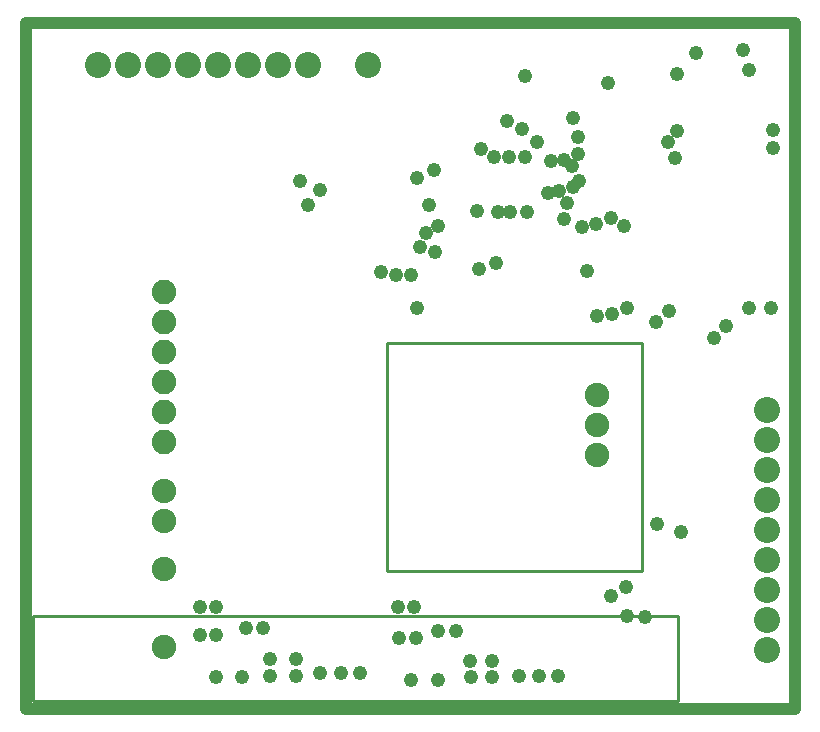
<source format=gbr>
%TF.GenerationSoftware,Altium Limited,Altium Designer,24.6.1 (21)*%
G04 Layer_Physical_Order=3*
G04 Layer_Color=128*
%FSLAX45Y45*%
%MOMM*%
%TF.SameCoordinates,D96B88A3-C1BF-4694-92A9-412EC26ABF2C*%
%TF.FilePolarity,Negative*%
%TF.FileFunction,Copper,L3,Inr,Plane*%
%TF.Part,Single*%
G01*
G75*
%TA.AperFunction,NonConductor*%
%ADD31C,1.01600*%
%TA.AperFunction,ComponentPad*%
%ADD32C,2.08600*%
%ADD33C,2.06600*%
%ADD34C,2.21600*%
%TA.AperFunction,ViaPad*%
%ADD35C,1.21920*%
%TA.AperFunction,NonConductor*%
%ADD36C,0.25400*%
D31*
X4457700Y3771900D02*
X10972800D01*
Y9575800D01*
X4457700Y9575799D02*
X10972800Y9575800D01*
X4457700Y3771900D02*
Y9575799D01*
D32*
X5626100Y6032500D02*
D03*
Y6286500D02*
D03*
Y6540500D02*
D03*
Y6794500D02*
D03*
Y7048500D02*
D03*
Y7302500D02*
D03*
D33*
Y4292600D02*
D03*
Y5359400D02*
D03*
Y5613400D02*
D03*
Y4953000D02*
D03*
X9296400Y6426200D02*
D03*
Y6172200D02*
D03*
Y5918200D02*
D03*
D34*
X10731500Y6299200D02*
D03*
Y6045200D02*
D03*
Y5791200D02*
D03*
Y5537200D02*
D03*
Y5283200D02*
D03*
Y5029200D02*
D03*
Y4775200D02*
D03*
Y4521200D02*
D03*
Y4267200D02*
D03*
X7353300Y9220200D02*
D03*
X6845300D02*
D03*
X6591300D02*
D03*
X6337300D02*
D03*
X6083300D02*
D03*
X5829300D02*
D03*
X5575300D02*
D03*
X5321300D02*
D03*
X5067300D02*
D03*
D35*
X8801100Y4051300D02*
D03*
X7293596Y4076545D02*
D03*
X6324600Y4457700D02*
D03*
X6781800Y8242300D02*
D03*
X7772400Y8267700D02*
D03*
X10007600Y5270500D02*
D03*
X9411675Y4726035D02*
D03*
X9550400Y4559300D02*
D03*
X9702800Y4546600D02*
D03*
X7925680Y7641500D02*
D03*
X9537700Y4800600D02*
D03*
X8439967Y7547140D02*
D03*
X8420100Y8445500D02*
D03*
X8313100Y8513308D02*
D03*
X8902700Y8407400D02*
D03*
X8686800Y8445500D02*
D03*
X8877300Y8140700D02*
D03*
X8973815Y8157459D02*
D03*
X9017000Y8420100D02*
D03*
X9080500Y8369300D02*
D03*
X8458200Y7975600D02*
D03*
X8534400Y8750300D02*
D03*
X8663570Y8678313D02*
D03*
X7912100Y8331200D02*
D03*
X7797800Y7683500D02*
D03*
X7848600Y7797800D02*
D03*
X7950200Y7861300D02*
D03*
X6946900Y8166100D02*
D03*
X6845300Y8039100D02*
D03*
X9169400Y7848600D02*
D03*
X9093200Y8775700D02*
D03*
X9893300Y8572500D02*
D03*
X9969500Y8661400D02*
D03*
X9423400Y7112000D02*
D03*
X10782300Y8674100D02*
D03*
Y8521700D02*
D03*
X10134600Y9321800D02*
D03*
X9969500Y9144000D02*
D03*
X10579100Y9182100D02*
D03*
X10528300Y9347200D02*
D03*
X9550400Y7162800D02*
D03*
X10769600D02*
D03*
X10579100D02*
D03*
X10388600Y7010400D02*
D03*
X10284912Y6907748D02*
D03*
X8102600Y4432300D02*
D03*
X7950200D02*
D03*
X7759700Y4368800D02*
D03*
X7620000D02*
D03*
X7747000Y4635500D02*
D03*
X7607300D02*
D03*
X6070600D02*
D03*
X5930900D02*
D03*
Y4394200D02*
D03*
X6070600D02*
D03*
X6464300Y4457700D02*
D03*
X6070600Y4038600D02*
D03*
X6286500D02*
D03*
X6527800Y4051300D02*
D03*
Y4191000D02*
D03*
X6743700D02*
D03*
Y4051300D02*
D03*
X6946900Y4076700D02*
D03*
X7124700D02*
D03*
X8216900Y4178300D02*
D03*
X8407400D02*
D03*
X8966200Y4051300D02*
D03*
X8636000D02*
D03*
X8407400Y4038600D02*
D03*
X8229600D02*
D03*
X7950200Y4013200D02*
D03*
X7721600D02*
D03*
X8280400Y7988300D02*
D03*
X8559800Y7975600D02*
D03*
X8699500D02*
D03*
X9014853Y7914247D02*
D03*
X8788400Y8572500D02*
D03*
X8547100Y8445500D02*
D03*
X9131300Y8610600D02*
D03*
X9144000Y8242300D02*
D03*
X9131300Y8470900D02*
D03*
X9041200Y8051800D02*
D03*
X9092000Y8191500D02*
D03*
X9283700Y7874000D02*
D03*
X9410700Y7924800D02*
D03*
X9525895Y7861494D02*
D03*
X8293100Y7493000D02*
D03*
X7467600Y7467600D02*
D03*
X7721600Y7442200D02*
D03*
X7594600D02*
D03*
X7874000Y8039100D02*
D03*
X8686800Y9131300D02*
D03*
X9956800Y8432800D02*
D03*
X7772400Y7162800D02*
D03*
X9385300Y9067800D02*
D03*
X9906000Y7137400D02*
D03*
X9804400Y5334000D02*
D03*
X9791700Y7048500D02*
D03*
X9296400Y7099300D02*
D03*
X9207500Y7480300D02*
D03*
D36*
X7518400Y4940300D02*
X9677400D01*
X7518400Y6870700D02*
X9677400D01*
Y4940300D02*
Y6870700D01*
X7518400Y4940300D02*
Y6870700D01*
X4521200Y3835400D02*
X9982200D01*
X4521200Y4559300D02*
X9982200D01*
Y3835400D02*
Y4559300D01*
X4521200Y3835400D02*
Y4559300D01*
%TF.MD5,b5412258f21827e1a8a515c963a843cf*%
M02*

</source>
